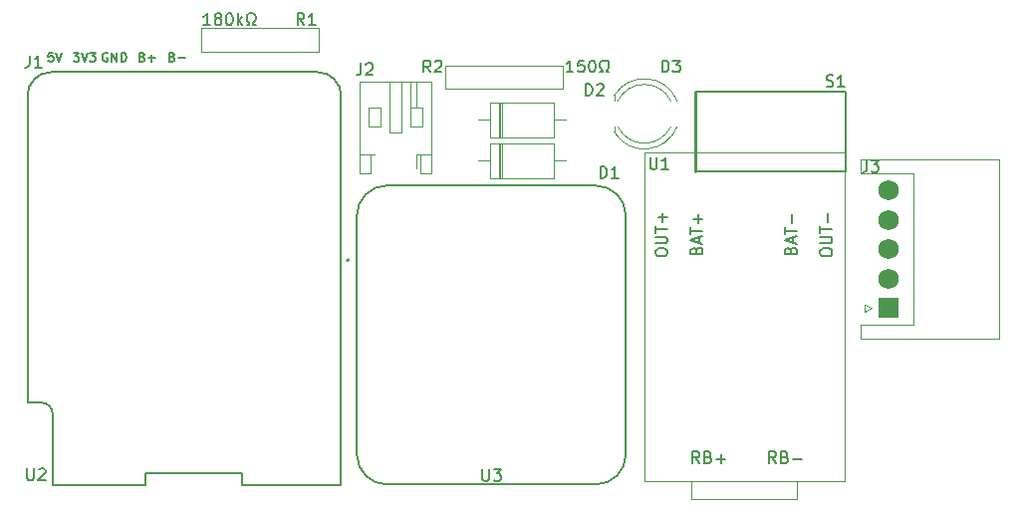
<source format=gto>
%TF.GenerationSoftware,KiCad,Pcbnew,(6.0.11)*%
%TF.CreationDate,2023-02-26T00:32:28-05:00*%
%TF.ProjectId,IMU-pcb,494d552d-7063-4622-9e6b-696361645f70,rev?*%
%TF.SameCoordinates,Original*%
%TF.FileFunction,Legend,Top*%
%TF.FilePolarity,Positive*%
%FSLAX46Y46*%
G04 Gerber Fmt 4.6, Leading zero omitted, Abs format (unit mm)*
G04 Created by KiCad (PCBNEW (6.0.11)) date 2023-02-26 00:32:28*
%MOMM*%
%LPD*%
G01*
G04 APERTURE LIST*
%ADD10C,0.150000*%
%ADD11C,0.127000*%
%ADD12C,0.300000*%
%ADD13C,0.120000*%
%ADD14C,0.200000*%
%ADD15C,0.230000*%
%ADD16R,1.750000X1.750000*%
%ADD17C,1.750000*%
G04 APERTURE END LIST*
D10*
%TO.C,J2*%
X138916666Y-73702380D02*
X138916666Y-74416666D01*
X138869047Y-74559523D01*
X138773809Y-74654761D01*
X138630952Y-74702380D01*
X138535714Y-74702380D01*
X139345238Y-73797619D02*
X139392857Y-73750000D01*
X139488095Y-73702380D01*
X139726190Y-73702380D01*
X139821428Y-73750000D01*
X139869047Y-73797619D01*
X139916666Y-73892857D01*
X139916666Y-73988095D01*
X139869047Y-74130952D01*
X139297619Y-74702380D01*
X139916666Y-74702380D01*
%TO.C,R2*%
X144833333Y-74452380D02*
X144500000Y-73976190D01*
X144261904Y-74452380D02*
X144261904Y-73452380D01*
X144642857Y-73452380D01*
X144738095Y-73500000D01*
X144785714Y-73547619D01*
X144833333Y-73642857D01*
X144833333Y-73785714D01*
X144785714Y-73880952D01*
X144738095Y-73928571D01*
X144642857Y-73976190D01*
X144261904Y-73976190D01*
X145214285Y-73547619D02*
X145261904Y-73500000D01*
X145357142Y-73452380D01*
X145595238Y-73452380D01*
X145690476Y-73500000D01*
X145738095Y-73547619D01*
X145785714Y-73642857D01*
X145785714Y-73738095D01*
X145738095Y-73880952D01*
X145166666Y-74452380D01*
X145785714Y-74452380D01*
X156961904Y-74452380D02*
X156390476Y-74452380D01*
X156676190Y-74452380D02*
X156676190Y-73452380D01*
X156580952Y-73595238D01*
X156485714Y-73690476D01*
X156390476Y-73738095D01*
X157866666Y-73452380D02*
X157390476Y-73452380D01*
X157342857Y-73928571D01*
X157390476Y-73880952D01*
X157485714Y-73833333D01*
X157723809Y-73833333D01*
X157819047Y-73880952D01*
X157866666Y-73928571D01*
X157914285Y-74023809D01*
X157914285Y-74261904D01*
X157866666Y-74357142D01*
X157819047Y-74404761D01*
X157723809Y-74452380D01*
X157485714Y-74452380D01*
X157390476Y-74404761D01*
X157342857Y-74357142D01*
X158533333Y-73452380D02*
X158628571Y-73452380D01*
X158723809Y-73500000D01*
X158771428Y-73547619D01*
X158819047Y-73642857D01*
X158866666Y-73833333D01*
X158866666Y-74071428D01*
X158819047Y-74261904D01*
X158771428Y-74357142D01*
X158723809Y-74404761D01*
X158628571Y-74452380D01*
X158533333Y-74452380D01*
X158438095Y-74404761D01*
X158390476Y-74357142D01*
X158342857Y-74261904D01*
X158295238Y-74071428D01*
X158295238Y-73833333D01*
X158342857Y-73642857D01*
X158390476Y-73547619D01*
X158438095Y-73500000D01*
X158533333Y-73452380D01*
X159247619Y-74452380D02*
X159485714Y-74452380D01*
X159485714Y-74261904D01*
X159390476Y-74214285D01*
X159295238Y-74119047D01*
X159247619Y-73976190D01*
X159247619Y-73738095D01*
X159295238Y-73595238D01*
X159390476Y-73500000D01*
X159533333Y-73452380D01*
X159723809Y-73452380D01*
X159866666Y-73500000D01*
X159961904Y-73595238D01*
X160009523Y-73738095D01*
X160009523Y-73976190D01*
X159961904Y-74119047D01*
X159866666Y-74214285D01*
X159771428Y-74261904D01*
X159771428Y-74452380D01*
X160009523Y-74452380D01*
%TO.C,R1*%
X134083333Y-70452380D02*
X133750000Y-69976190D01*
X133511904Y-70452380D02*
X133511904Y-69452380D01*
X133892857Y-69452380D01*
X133988095Y-69500000D01*
X134035714Y-69547619D01*
X134083333Y-69642857D01*
X134083333Y-69785714D01*
X134035714Y-69880952D01*
X133988095Y-69928571D01*
X133892857Y-69976190D01*
X133511904Y-69976190D01*
X135035714Y-70452380D02*
X134464285Y-70452380D01*
X134750000Y-70452380D02*
X134750000Y-69452380D01*
X134654761Y-69595238D01*
X134559523Y-69690476D01*
X134464285Y-69738095D01*
X126107142Y-70452380D02*
X125535714Y-70452380D01*
X125821428Y-70452380D02*
X125821428Y-69452380D01*
X125726190Y-69595238D01*
X125630952Y-69690476D01*
X125535714Y-69738095D01*
X126678571Y-69880952D02*
X126583333Y-69833333D01*
X126535714Y-69785714D01*
X126488095Y-69690476D01*
X126488095Y-69642857D01*
X126535714Y-69547619D01*
X126583333Y-69500000D01*
X126678571Y-69452380D01*
X126869047Y-69452380D01*
X126964285Y-69500000D01*
X127011904Y-69547619D01*
X127059523Y-69642857D01*
X127059523Y-69690476D01*
X127011904Y-69785714D01*
X126964285Y-69833333D01*
X126869047Y-69880952D01*
X126678571Y-69880952D01*
X126583333Y-69928571D01*
X126535714Y-69976190D01*
X126488095Y-70071428D01*
X126488095Y-70261904D01*
X126535714Y-70357142D01*
X126583333Y-70404761D01*
X126678571Y-70452380D01*
X126869047Y-70452380D01*
X126964285Y-70404761D01*
X127011904Y-70357142D01*
X127059523Y-70261904D01*
X127059523Y-70071428D01*
X127011904Y-69976190D01*
X126964285Y-69928571D01*
X126869047Y-69880952D01*
X127678571Y-69452380D02*
X127773809Y-69452380D01*
X127869047Y-69500000D01*
X127916666Y-69547619D01*
X127964285Y-69642857D01*
X128011904Y-69833333D01*
X128011904Y-70071428D01*
X127964285Y-70261904D01*
X127916666Y-70357142D01*
X127869047Y-70404761D01*
X127773809Y-70452380D01*
X127678571Y-70452380D01*
X127583333Y-70404761D01*
X127535714Y-70357142D01*
X127488095Y-70261904D01*
X127440476Y-70071428D01*
X127440476Y-69833333D01*
X127488095Y-69642857D01*
X127535714Y-69547619D01*
X127583333Y-69500000D01*
X127678571Y-69452380D01*
X128440476Y-70452380D02*
X128440476Y-69452380D01*
X128535714Y-70071428D02*
X128821428Y-70452380D01*
X128821428Y-69785714D02*
X128440476Y-70166666D01*
X129202380Y-70452380D02*
X129440476Y-70452380D01*
X129440476Y-70261904D01*
X129345238Y-70214285D01*
X129250000Y-70119047D01*
X129202380Y-69976190D01*
X129202380Y-69738095D01*
X129250000Y-69595238D01*
X129345238Y-69500000D01*
X129488095Y-69452380D01*
X129678571Y-69452380D01*
X129821428Y-69500000D01*
X129916666Y-69595238D01*
X129964285Y-69738095D01*
X129964285Y-69976190D01*
X129916666Y-70119047D01*
X129821428Y-70214285D01*
X129726190Y-70261904D01*
X129726190Y-70452380D01*
X129964285Y-70452380D01*
%TO.C,D3*%
X164511904Y-74452380D02*
X164511904Y-73452380D01*
X164750000Y-73452380D01*
X164892857Y-73500000D01*
X164988095Y-73595238D01*
X165035714Y-73690476D01*
X165083333Y-73880952D01*
X165083333Y-74023809D01*
X165035714Y-74214285D01*
X164988095Y-74309523D01*
X164892857Y-74404761D01*
X164750000Y-74452380D01*
X164511904Y-74452380D01*
X165416666Y-73452380D02*
X166035714Y-73452380D01*
X165702380Y-73833333D01*
X165845238Y-73833333D01*
X165940476Y-73880952D01*
X165988095Y-73928571D01*
X166035714Y-74023809D01*
X166035714Y-74261904D01*
X165988095Y-74357142D01*
X165940476Y-74404761D01*
X165845238Y-74452380D01*
X165559523Y-74452380D01*
X165464285Y-74404761D01*
X165416666Y-74357142D01*
%TO.C,U2*%
X110538095Y-108152380D02*
X110538095Y-108961904D01*
X110585714Y-109057142D01*
X110633333Y-109104761D01*
X110728571Y-109152380D01*
X110919047Y-109152380D01*
X111014285Y-109104761D01*
X111061904Y-109057142D01*
X111109523Y-108961904D01*
X111109523Y-108152380D01*
X111538095Y-108247619D02*
X111585714Y-108200000D01*
X111680952Y-108152380D01*
X111919047Y-108152380D01*
X112014285Y-108200000D01*
X112061904Y-108247619D01*
X112109523Y-108342857D01*
X112109523Y-108438095D01*
X112061904Y-108580952D01*
X111490476Y-109152380D01*
X112109523Y-109152380D01*
%TO.C,U3*%
X149238095Y-108202380D02*
X149238095Y-109011904D01*
X149285714Y-109107142D01*
X149333333Y-109154761D01*
X149428571Y-109202380D01*
X149619047Y-109202380D01*
X149714285Y-109154761D01*
X149761904Y-109107142D01*
X149809523Y-109011904D01*
X149809523Y-108202380D01*
X150190476Y-108202380D02*
X150809523Y-108202380D01*
X150476190Y-108583333D01*
X150619047Y-108583333D01*
X150714285Y-108630952D01*
X150761904Y-108678571D01*
X150809523Y-108773809D01*
X150809523Y-109011904D01*
X150761904Y-109107142D01*
X150714285Y-109154761D01*
X150619047Y-109202380D01*
X150333333Y-109202380D01*
X150238095Y-109154761D01*
X150190476Y-109107142D01*
%TO.C,J1*%
X110766666Y-73052380D02*
X110766666Y-73766666D01*
X110719047Y-73909523D01*
X110623809Y-74004761D01*
X110480952Y-74052380D01*
X110385714Y-74052380D01*
X111766666Y-74052380D02*
X111195238Y-74052380D01*
X111480952Y-74052380D02*
X111480952Y-73052380D01*
X111385714Y-73195238D01*
X111290476Y-73290476D01*
X111195238Y-73338095D01*
D11*
X120336714Y-73169571D02*
X120445571Y-73205857D01*
X120481857Y-73242142D01*
X120518142Y-73314714D01*
X120518142Y-73423571D01*
X120481857Y-73496142D01*
X120445571Y-73532428D01*
X120373000Y-73568714D01*
X120082714Y-73568714D01*
X120082714Y-72806714D01*
X120336714Y-72806714D01*
X120409285Y-72843000D01*
X120445571Y-72879285D01*
X120481857Y-72951857D01*
X120481857Y-73024428D01*
X120445571Y-73097000D01*
X120409285Y-73133285D01*
X120336714Y-73169571D01*
X120082714Y-73169571D01*
X120844714Y-73278428D02*
X121425285Y-73278428D01*
X121135000Y-73568714D02*
X121135000Y-72988142D01*
X112734857Y-72806714D02*
X112372000Y-72806714D01*
X112335714Y-73169571D01*
X112372000Y-73133285D01*
X112444571Y-73097000D01*
X112626000Y-73097000D01*
X112698571Y-73133285D01*
X112734857Y-73169571D01*
X112771142Y-73242142D01*
X112771142Y-73423571D01*
X112734857Y-73496142D01*
X112698571Y-73532428D01*
X112626000Y-73568714D01*
X112444571Y-73568714D01*
X112372000Y-73532428D01*
X112335714Y-73496142D01*
X112988857Y-72806714D02*
X113242857Y-73568714D01*
X113496857Y-72806714D01*
X117379428Y-72843000D02*
X117306857Y-72806714D01*
X117198000Y-72806714D01*
X117089142Y-72843000D01*
X117016571Y-72915571D01*
X116980285Y-72988142D01*
X116944000Y-73133285D01*
X116944000Y-73242142D01*
X116980285Y-73387285D01*
X117016571Y-73459857D01*
X117089142Y-73532428D01*
X117198000Y-73568714D01*
X117270571Y-73568714D01*
X117379428Y-73532428D01*
X117415714Y-73496142D01*
X117415714Y-73242142D01*
X117270571Y-73242142D01*
X117742285Y-73568714D02*
X117742285Y-72806714D01*
X118177714Y-73568714D01*
X118177714Y-72806714D01*
X118540571Y-73568714D02*
X118540571Y-72806714D01*
X118722000Y-72806714D01*
X118830857Y-72843000D01*
X118903428Y-72915571D01*
X118939714Y-72988142D01*
X118976000Y-73133285D01*
X118976000Y-73242142D01*
X118939714Y-73387285D01*
X118903428Y-73459857D01*
X118830857Y-73532428D01*
X118722000Y-73568714D01*
X118540571Y-73568714D01*
X114476571Y-72806714D02*
X114948285Y-72806714D01*
X114694285Y-73097000D01*
X114803142Y-73097000D01*
X114875714Y-73133285D01*
X114912000Y-73169571D01*
X114948285Y-73242142D01*
X114948285Y-73423571D01*
X114912000Y-73496142D01*
X114875714Y-73532428D01*
X114803142Y-73568714D01*
X114585428Y-73568714D01*
X114512857Y-73532428D01*
X114476571Y-73496142D01*
X115166000Y-72806714D02*
X115420000Y-73568714D01*
X115674000Y-72806714D01*
X115855428Y-72806714D02*
X116327142Y-72806714D01*
X116073142Y-73097000D01*
X116182000Y-73097000D01*
X116254571Y-73133285D01*
X116290857Y-73169571D01*
X116327142Y-73242142D01*
X116327142Y-73423571D01*
X116290857Y-73496142D01*
X116254571Y-73532428D01*
X116182000Y-73568714D01*
X115964285Y-73568714D01*
X115891714Y-73532428D01*
X115855428Y-73496142D01*
X122876714Y-73169571D02*
X122985571Y-73205857D01*
X123021857Y-73242142D01*
X123058142Y-73314714D01*
X123058142Y-73423571D01*
X123021857Y-73496142D01*
X122985571Y-73532428D01*
X122913000Y-73568714D01*
X122622714Y-73568714D01*
X122622714Y-72806714D01*
X122876714Y-72806714D01*
X122949285Y-72843000D01*
X122985571Y-72879285D01*
X123021857Y-72951857D01*
X123021857Y-73024428D01*
X122985571Y-73097000D01*
X122949285Y-73133285D01*
X122876714Y-73169571D01*
X122622714Y-73169571D01*
X123384714Y-73278428D02*
X123965285Y-73278428D01*
D10*
%TO.C,S1*%
X178488095Y-75654761D02*
X178630952Y-75702380D01*
X178869047Y-75702380D01*
X178964285Y-75654761D01*
X179011904Y-75607142D01*
X179059523Y-75511904D01*
X179059523Y-75416666D01*
X179011904Y-75321428D01*
X178964285Y-75273809D01*
X178869047Y-75226190D01*
X178678571Y-75178571D01*
X178583333Y-75130952D01*
X178535714Y-75083333D01*
X178488095Y-74988095D01*
X178488095Y-74892857D01*
X178535714Y-74797619D01*
X178583333Y-74750000D01*
X178678571Y-74702380D01*
X178916666Y-74702380D01*
X179059523Y-74750000D01*
X180011904Y-75702380D02*
X179440476Y-75702380D01*
X179726190Y-75702380D02*
X179726190Y-74702380D01*
X179630952Y-74845238D01*
X179535714Y-74940476D01*
X179440476Y-74988095D01*
%TO.C,J3*%
X181916666Y-81952380D02*
X181916666Y-82666666D01*
X181869047Y-82809523D01*
X181773809Y-82904761D01*
X181630952Y-82952380D01*
X181535714Y-82952380D01*
X182297619Y-81952380D02*
X182916666Y-81952380D01*
X182583333Y-82333333D01*
X182726190Y-82333333D01*
X182821428Y-82380952D01*
X182869047Y-82428571D01*
X182916666Y-82523809D01*
X182916666Y-82761904D01*
X182869047Y-82857142D01*
X182821428Y-82904761D01*
X182726190Y-82952380D01*
X182440476Y-82952380D01*
X182345238Y-82904761D01*
X182297619Y-82857142D01*
%TO.C,D2*%
X158011904Y-76452380D02*
X158011904Y-75452380D01*
X158250000Y-75452380D01*
X158392857Y-75500000D01*
X158488095Y-75595238D01*
X158535714Y-75690476D01*
X158583333Y-75880952D01*
X158583333Y-76023809D01*
X158535714Y-76214285D01*
X158488095Y-76309523D01*
X158392857Y-76404761D01*
X158250000Y-76452380D01*
X158011904Y-76452380D01*
X158964285Y-75547619D02*
X159011904Y-75500000D01*
X159107142Y-75452380D01*
X159345238Y-75452380D01*
X159440476Y-75500000D01*
X159488095Y-75547619D01*
X159535714Y-75642857D01*
X159535714Y-75738095D01*
X159488095Y-75880952D01*
X158916666Y-76452380D01*
X159535714Y-76452380D01*
%TO.C,U1*%
X163488095Y-81702380D02*
X163488095Y-82511904D01*
X163535714Y-82607142D01*
X163583333Y-82654761D01*
X163678571Y-82702380D01*
X163869047Y-82702380D01*
X163964285Y-82654761D01*
X164011904Y-82607142D01*
X164059523Y-82511904D01*
X164059523Y-81702380D01*
X165059523Y-82702380D02*
X164488095Y-82702380D01*
X164773809Y-82702380D02*
X164773809Y-81702380D01*
X164678571Y-81845238D01*
X164583333Y-81940476D01*
X164488095Y-81988095D01*
X175428571Y-89607142D02*
X175476190Y-89464285D01*
X175523809Y-89416666D01*
X175619047Y-89369047D01*
X175761904Y-89369047D01*
X175857142Y-89416666D01*
X175904761Y-89464285D01*
X175952380Y-89559523D01*
X175952380Y-89940476D01*
X174952380Y-89940476D01*
X174952380Y-89607142D01*
X175000000Y-89511904D01*
X175047619Y-89464285D01*
X175142857Y-89416666D01*
X175238095Y-89416666D01*
X175333333Y-89464285D01*
X175380952Y-89511904D01*
X175428571Y-89607142D01*
X175428571Y-89940476D01*
X175666666Y-88988095D02*
X175666666Y-88511904D01*
X175952380Y-89083333D02*
X174952380Y-88750000D01*
X175952380Y-88416666D01*
X174952380Y-88226190D02*
X174952380Y-87654761D01*
X175952380Y-87940476D02*
X174952380Y-87940476D01*
X175571428Y-87321428D02*
X175571428Y-86559523D01*
X167690476Y-107702380D02*
X167357142Y-107226190D01*
X167119047Y-107702380D02*
X167119047Y-106702380D01*
X167500000Y-106702380D01*
X167595238Y-106750000D01*
X167642857Y-106797619D01*
X167690476Y-106892857D01*
X167690476Y-107035714D01*
X167642857Y-107130952D01*
X167595238Y-107178571D01*
X167500000Y-107226190D01*
X167119047Y-107226190D01*
X168452380Y-107178571D02*
X168595238Y-107226190D01*
X168642857Y-107273809D01*
X168690476Y-107369047D01*
X168690476Y-107511904D01*
X168642857Y-107607142D01*
X168595238Y-107654761D01*
X168500000Y-107702380D01*
X168119047Y-107702380D01*
X168119047Y-106702380D01*
X168452380Y-106702380D01*
X168547619Y-106750000D01*
X168595238Y-106797619D01*
X168642857Y-106892857D01*
X168642857Y-106988095D01*
X168595238Y-107083333D01*
X168547619Y-107130952D01*
X168452380Y-107178571D01*
X168119047Y-107178571D01*
X169119047Y-107321428D02*
X169880952Y-107321428D01*
X169500000Y-107702380D02*
X169500000Y-106940476D01*
X163952380Y-89869047D02*
X163952380Y-89678571D01*
X164000000Y-89583333D01*
X164095238Y-89488095D01*
X164285714Y-89440476D01*
X164619047Y-89440476D01*
X164809523Y-89488095D01*
X164904761Y-89583333D01*
X164952380Y-89678571D01*
X164952380Y-89869047D01*
X164904761Y-89964285D01*
X164809523Y-90059523D01*
X164619047Y-90107142D01*
X164285714Y-90107142D01*
X164095238Y-90059523D01*
X164000000Y-89964285D01*
X163952380Y-89869047D01*
X163952380Y-89011904D02*
X164761904Y-89011904D01*
X164857142Y-88964285D01*
X164904761Y-88916666D01*
X164952380Y-88821428D01*
X164952380Y-88630952D01*
X164904761Y-88535714D01*
X164857142Y-88488095D01*
X164761904Y-88440476D01*
X163952380Y-88440476D01*
X163952380Y-88107142D02*
X163952380Y-87535714D01*
X164952380Y-87821428D02*
X163952380Y-87821428D01*
X164571428Y-87202380D02*
X164571428Y-86440476D01*
X164952380Y-86821428D02*
X164190476Y-86821428D01*
X167428571Y-89607142D02*
X167476190Y-89464285D01*
X167523809Y-89416666D01*
X167619047Y-89369047D01*
X167761904Y-89369047D01*
X167857142Y-89416666D01*
X167904761Y-89464285D01*
X167952380Y-89559523D01*
X167952380Y-89940476D01*
X166952380Y-89940476D01*
X166952380Y-89607142D01*
X167000000Y-89511904D01*
X167047619Y-89464285D01*
X167142857Y-89416666D01*
X167238095Y-89416666D01*
X167333333Y-89464285D01*
X167380952Y-89511904D01*
X167428571Y-89607142D01*
X167428571Y-89940476D01*
X167666666Y-88988095D02*
X167666666Y-88511904D01*
X167952380Y-89083333D02*
X166952380Y-88750000D01*
X167952380Y-88416666D01*
X166952380Y-88226190D02*
X166952380Y-87654761D01*
X167952380Y-87940476D02*
X166952380Y-87940476D01*
X167571428Y-87321428D02*
X167571428Y-86559523D01*
X167952380Y-86940476D02*
X167190476Y-86940476D01*
X174190476Y-107702380D02*
X173857142Y-107226190D01*
X173619047Y-107702380D02*
X173619047Y-106702380D01*
X174000000Y-106702380D01*
X174095238Y-106750000D01*
X174142857Y-106797619D01*
X174190476Y-106892857D01*
X174190476Y-107035714D01*
X174142857Y-107130952D01*
X174095238Y-107178571D01*
X174000000Y-107226190D01*
X173619047Y-107226190D01*
X174952380Y-107178571D02*
X175095238Y-107226190D01*
X175142857Y-107273809D01*
X175190476Y-107369047D01*
X175190476Y-107511904D01*
X175142857Y-107607142D01*
X175095238Y-107654761D01*
X175000000Y-107702380D01*
X174619047Y-107702380D01*
X174619047Y-106702380D01*
X174952380Y-106702380D01*
X175047619Y-106750000D01*
X175095238Y-106797619D01*
X175142857Y-106892857D01*
X175142857Y-106988095D01*
X175095238Y-107083333D01*
X175047619Y-107130952D01*
X174952380Y-107178571D01*
X174619047Y-107178571D01*
X175619047Y-107321428D02*
X176380952Y-107321428D01*
X177952380Y-89869047D02*
X177952380Y-89678571D01*
X178000000Y-89583333D01*
X178095238Y-89488095D01*
X178285714Y-89440476D01*
X178619047Y-89440476D01*
X178809523Y-89488095D01*
X178904761Y-89583333D01*
X178952380Y-89678571D01*
X178952380Y-89869047D01*
X178904761Y-89964285D01*
X178809523Y-90059523D01*
X178619047Y-90107142D01*
X178285714Y-90107142D01*
X178095238Y-90059523D01*
X178000000Y-89964285D01*
X177952380Y-89869047D01*
X177952380Y-89011904D02*
X178761904Y-89011904D01*
X178857142Y-88964285D01*
X178904761Y-88916666D01*
X178952380Y-88821428D01*
X178952380Y-88630952D01*
X178904761Y-88535714D01*
X178857142Y-88488095D01*
X178761904Y-88440476D01*
X177952380Y-88440476D01*
X177952380Y-88107142D02*
X177952380Y-87535714D01*
X178952380Y-87821428D02*
X177952380Y-87821428D01*
X178571428Y-87202380D02*
X178571428Y-86440476D01*
%TO.C,D1*%
X159261904Y-83452380D02*
X159261904Y-82452380D01*
X159500000Y-82452380D01*
X159642857Y-82500000D01*
X159738095Y-82595238D01*
X159785714Y-82690476D01*
X159833333Y-82880952D01*
X159833333Y-83023809D01*
X159785714Y-83214285D01*
X159738095Y-83309523D01*
X159642857Y-83404761D01*
X159500000Y-83452380D01*
X159261904Y-83452380D01*
X160785714Y-83452380D02*
X160214285Y-83452380D01*
X160500000Y-83452380D02*
X160500000Y-82452380D01*
X160404761Y-82595238D01*
X160309523Y-82690476D01*
X160214285Y-82738095D01*
D12*
%TO.C,*%
D13*
%TO.C,J2*%
X142350000Y-79600000D02*
X141350000Y-79600000D01*
X144900000Y-75250000D02*
X138800000Y-75250000D01*
X138800000Y-75250000D02*
X138800000Y-83050000D01*
X140550000Y-79100000D02*
X139550000Y-79100000D01*
X144000000Y-83050000D02*
X144900000Y-83050000D01*
X144900000Y-83050000D02*
X144900000Y-75250000D01*
X143150000Y-77500000D02*
X143150000Y-79100000D01*
X139700000Y-83050000D02*
X139700000Y-81450000D01*
X144150000Y-79100000D02*
X144150000Y-77500000D01*
X144150000Y-77500000D02*
X143150000Y-77500000D01*
X143650000Y-81450000D02*
X144000000Y-81450000D01*
X144000000Y-81450000D02*
X144000000Y-83050000D01*
X139550000Y-79100000D02*
X139550000Y-77500000D01*
X140550000Y-77500000D02*
X140550000Y-79100000D01*
X139550000Y-77500000D02*
X140550000Y-77500000D01*
X144900000Y-81450000D02*
X144000000Y-81450000D01*
X142350000Y-75250000D02*
X142350000Y-79600000D01*
X138800000Y-81450000D02*
X139700000Y-81450000D01*
X143150000Y-77500000D02*
X143150000Y-75250000D01*
X141350000Y-79600000D02*
X141350000Y-75250000D01*
X143650000Y-77500000D02*
X143650000Y-75250000D01*
X139700000Y-81450000D02*
X140050000Y-81450000D01*
X143150000Y-79100000D02*
X144150000Y-79100000D01*
X138800000Y-83050000D02*
X139700000Y-83050000D01*
X143650000Y-81450000D02*
X143650000Y-82650000D01*
%TO.C,R2*%
X146100000Y-75900000D02*
X146100000Y-73900000D01*
X156100000Y-75900000D02*
X146100000Y-75900000D01*
X146100000Y-73900000D02*
X156100000Y-73900000D01*
X156100000Y-73900000D02*
X156100000Y-75900000D01*
%TO.C,R1*%
X125300000Y-70700000D02*
X135300000Y-70700000D01*
X125300000Y-72700000D02*
X125300000Y-70700000D01*
X135300000Y-70700000D02*
X135300000Y-72700000D01*
X135300000Y-72700000D02*
X125300000Y-72700000D01*
%TO.C,D3*%
X160445000Y-76455000D02*
X160445000Y-76920000D01*
X160445000Y-79080000D02*
X160445000Y-79545000D01*
X160750316Y-79080000D02*
G75*
G03*
X165259479Y-79080429I2254684J1080000D01*
G01*
X165259479Y-76919571D02*
G75*
G03*
X160750316Y-76920000I-2254479J-1080429D01*
G01*
X165792815Y-76919173D02*
G75*
G03*
X160445000Y-76455170I-2787815J-1080827D01*
G01*
X160445000Y-79544830D02*
G75*
G03*
X165792815Y-79080827I2560000J1544830D01*
G01*
D10*
%TO.C,U2*%
X128801012Y-108541012D02*
X128801012Y-109541012D01*
X120581012Y-108541012D02*
X128801012Y-108541012D01*
X137231012Y-109541012D02*
X137231012Y-76461012D01*
X110571012Y-76461012D02*
X110571012Y-102541012D01*
X135231012Y-74461012D02*
X112571012Y-74461012D01*
X110571012Y-102541012D02*
X110571012Y-102541012D01*
X128801012Y-109541012D02*
X137231011Y-109541012D01*
X112721012Y-109541012D02*
X112721012Y-103541012D01*
X111731012Y-102541012D02*
X110571012Y-102541012D01*
X120581012Y-109541012D02*
X120581012Y-108541012D01*
X112721012Y-109541012D02*
X120581012Y-109541012D01*
X112571012Y-74461012D02*
G75*
G03*
X110571012Y-76461012I0J-2000000D01*
G01*
X112721012Y-103541012D02*
G75*
G03*
X111721012Y-102541012I-999999J1D01*
G01*
X137231012Y-76461012D02*
G75*
G03*
X135231012Y-74461012I-2000000J0D01*
G01*
D11*
%TO.C,U3*%
X138570000Y-86640000D02*
X138570000Y-106960000D01*
X161430000Y-106960000D02*
X161430000Y-86640000D01*
X158890000Y-84100000D02*
X141110000Y-84100000D01*
X141110000Y-109500000D02*
X158890000Y-109500000D01*
X141110000Y-84100000D02*
G75*
G03*
X138570000Y-86640000I1J-2540001D01*
G01*
X138570000Y-106960000D02*
G75*
G03*
X141110000Y-109500000I2540000J0D01*
G01*
X161430000Y-86640000D02*
G75*
G03*
X158890000Y-84100000I-2540001J-1D01*
G01*
X158890000Y-109500000D02*
G75*
G03*
X161430000Y-106960000I0J2540000D01*
G01*
D14*
X137920000Y-90450000D02*
G75*
G03*
X137920000Y-90450000I-100000J0D01*
G01*
D15*
%TO.C,S1*%
X167350000Y-76150000D02*
X167350000Y-82850000D01*
D14*
X180150000Y-82850000D02*
X180150000Y-76150000D01*
X167350000Y-82850000D02*
X180150000Y-82850000D01*
X180150000Y-76150000D02*
X167350000Y-76150000D01*
D13*
%TO.C,J3*%
X181700000Y-94800000D02*
X181700000Y-94200000D01*
X193150000Y-89500000D02*
X193150000Y-81900000D01*
X181350000Y-81900000D02*
X181350000Y-83100000D01*
X193150000Y-89500000D02*
X193150000Y-97100000D01*
X182300000Y-94500000D02*
X181700000Y-94800000D01*
X193150000Y-97100000D02*
X181350000Y-97100000D01*
X181350000Y-83100000D02*
X185850000Y-83100000D01*
X185850000Y-95900000D02*
X185850000Y-89500000D01*
X181350000Y-97100000D02*
X181350000Y-95900000D01*
X181700000Y-94200000D02*
X182300000Y-94500000D01*
X193150000Y-81900000D02*
X181350000Y-81900000D01*
X181350000Y-95900000D02*
X185850000Y-95900000D01*
X185850000Y-83100000D02*
X185850000Y-89500000D01*
%TO.C,D2*%
X155320000Y-79970000D02*
X155320000Y-77030000D01*
X150900000Y-77030000D02*
X150900000Y-79970000D01*
X148860000Y-78500000D02*
X149880000Y-78500000D01*
X150780000Y-77030000D02*
X150780000Y-79970000D01*
X149880000Y-77030000D02*
X149880000Y-79970000D01*
X150660000Y-77030000D02*
X150660000Y-79970000D01*
X149880000Y-79970000D02*
X155320000Y-79970000D01*
X156340000Y-78500000D02*
X155320000Y-78500000D01*
X155320000Y-77030000D02*
X149880000Y-77030000D01*
%TO.C,U1*%
X163000000Y-109250000D02*
X163000000Y-81250000D01*
X176000000Y-109250000D02*
X176000000Y-110750000D01*
X176000000Y-110750000D02*
X167000000Y-110750000D01*
X167000000Y-110750000D02*
X167000000Y-109250000D01*
X163000000Y-81250000D02*
X180000000Y-81250000D01*
X180000000Y-81250000D02*
X180000000Y-109250000D01*
X180000000Y-109250000D02*
X163000000Y-109250000D01*
%TO.C,D1*%
X149880000Y-83470000D02*
X155320000Y-83470000D01*
X155320000Y-83470000D02*
X155320000Y-80530000D01*
X149880000Y-80530000D02*
X149880000Y-83470000D01*
X148860000Y-82000000D02*
X149880000Y-82000000D01*
X150780000Y-80530000D02*
X150780000Y-83470000D01*
X155320000Y-80530000D02*
X149880000Y-80530000D01*
X150660000Y-80530000D02*
X150660000Y-83470000D01*
X156340000Y-82000000D02*
X155320000Y-82000000D01*
X150900000Y-80530000D02*
X150900000Y-83470000D01*
%TD*%
D16*
%TO.C,J3*%
X183800000Y-94500000D03*
D17*
X183800000Y-92000000D03*
X183800000Y-89500000D03*
X183800000Y-87000000D03*
X183800000Y-84500000D03*
%TD*%
M02*

</source>
